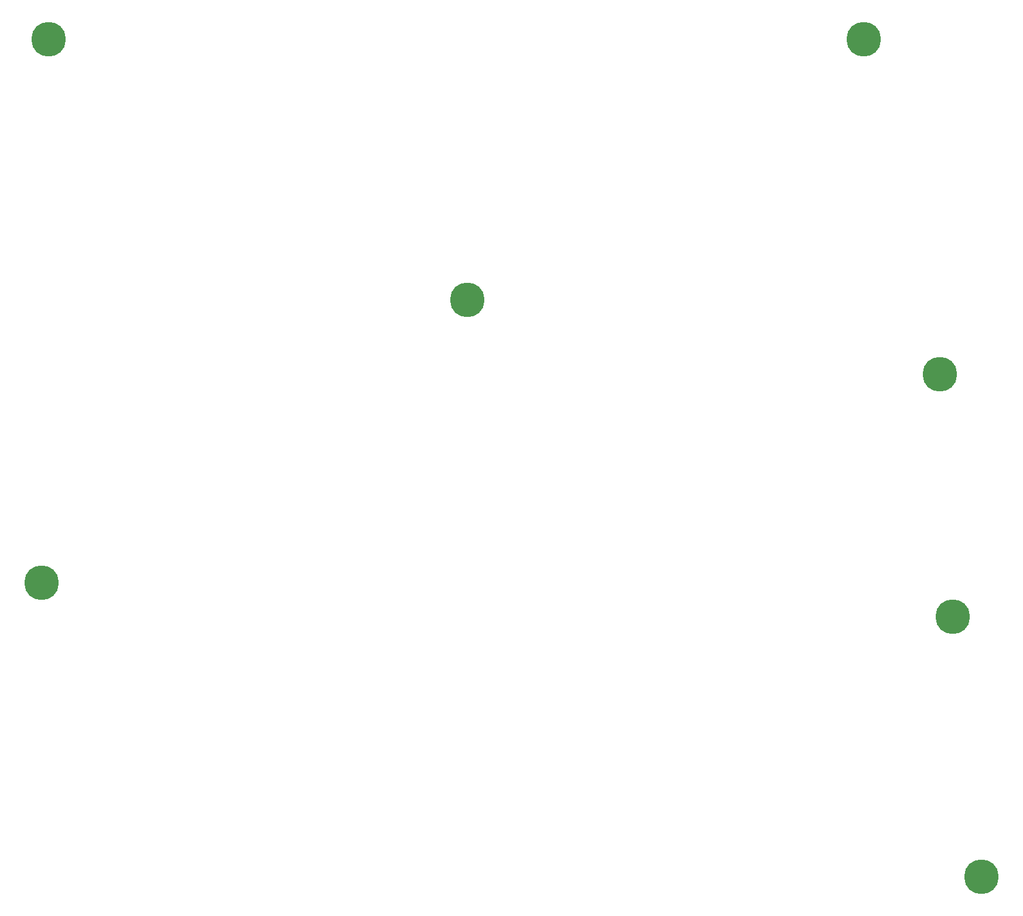
<source format=gts>
%TF.GenerationSoftware,KiCad,Pcbnew,(6.0.5)*%
%TF.CreationDate,2022-08-07T14:10:58-06:00*%
%TF.ProjectId,left,6c656674-2e6b-4696-9361-645f70636258,rev?*%
%TF.SameCoordinates,Original*%
%TF.FileFunction,Soldermask,Top*%
%TF.FilePolarity,Negative*%
%FSLAX46Y46*%
G04 Gerber Fmt 4.6, Leading zero omitted, Abs format (unit mm)*
G04 Created by KiCad (PCBNEW (6.0.5)) date 2022-08-07 14:10:58*
%MOMM*%
%LPD*%
G01*
G04 APERTURE LIST*
%ADD10C,5.000000*%
G04 APERTURE END LIST*
D10*
%TO.C,*%
X117118600Y-86256940D03*
%TD*%
%TO.C,*%
X191515200Y-169670540D03*
%TD*%
%TO.C,*%
X174440000Y-48572340D03*
%TD*%
%TO.C,*%
X185480000Y-96992340D03*
%TD*%
%TO.C,*%
X55600000Y-127162340D03*
%TD*%
%TO.C,*%
X56590000Y-48572340D03*
%TD*%
%TO.C,*%
X187300000Y-132032340D03*
%TD*%
M02*

</source>
